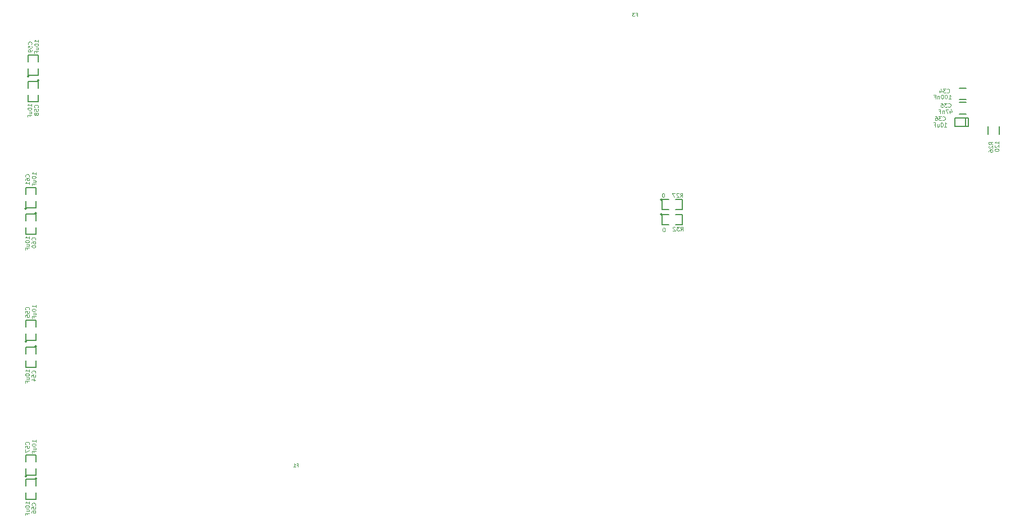
<source format=gbo>
G04 #@! TF.FileFunction,Legend,Bot*
%FSLAX46Y46*%
G04 Gerber Fmt 4.6, Leading zero omitted, Abs format (unit mm)*
G04 Created by KiCad (PCBNEW 4.0.4+e1-6308~48~ubuntu15.10.1-stable) date Wed Aug 23 09:17:44 2017*
%MOMM*%
%LPD*%
G01*
G04 APERTURE LIST*
%ADD10C,0.150000*%
%ADD11C,0.127000*%
%ADD12C,0.100000*%
G04 APERTURE END LIST*
D10*
D11*
X167648000Y-85716600D02*
G75*
G03X167648000Y-85716600I-127000J0D01*
G01*
X168664000Y-85716600D02*
X167648000Y-85716600D01*
X167648000Y-85716600D02*
X167648000Y-87240600D01*
X167648000Y-87240600D02*
X168664000Y-87240600D01*
X169680000Y-87240600D02*
X170696000Y-87240600D01*
X170696000Y-87240600D02*
X170696000Y-85716600D01*
X170696000Y-85716600D02*
X169680000Y-85716600D01*
X167648000Y-83481400D02*
G75*
G03X167648000Y-83481400I-127000J0D01*
G01*
X168664000Y-83481400D02*
X167648000Y-83481400D01*
X167648000Y-83481400D02*
X167648000Y-85005400D01*
X167648000Y-85005400D02*
X168664000Y-85005400D01*
X169680000Y-85005400D02*
X170696000Y-85005400D01*
X170696000Y-85005400D02*
X170696000Y-83481400D01*
X170696000Y-83481400D02*
X169680000Y-83481400D01*
X71882000Y-84861400D02*
G75*
G03X71882000Y-84861400I-127000J0D01*
G01*
X71755000Y-83718400D02*
X71755000Y-84734400D01*
X71755000Y-84734400D02*
X73279000Y-84734400D01*
X73279000Y-84734400D02*
X73279000Y-83718400D01*
X73279000Y-82702400D02*
X73279000Y-81686400D01*
X73279000Y-81686400D02*
X71755000Y-81686400D01*
X71755000Y-81686400D02*
X71755000Y-82702400D01*
X73406000Y-85521800D02*
G75*
G03X73406000Y-85521800I-127000J0D01*
G01*
X73279000Y-86664800D02*
X73279000Y-85648800D01*
X73279000Y-85648800D02*
X71755000Y-85648800D01*
X71755000Y-85648800D02*
X71755000Y-86664800D01*
X71755000Y-87680800D02*
X71755000Y-88696800D01*
X71755000Y-88696800D02*
X73279000Y-88696800D01*
X73279000Y-88696800D02*
X73279000Y-87680800D01*
X72263000Y-64897000D02*
G75*
G03X72263000Y-64897000I-127000J0D01*
G01*
X72136000Y-63754000D02*
X72136000Y-64770000D01*
X72136000Y-64770000D02*
X73660000Y-64770000D01*
X73660000Y-64770000D02*
X73660000Y-63754000D01*
X73660000Y-62738000D02*
X73660000Y-61722000D01*
X73660000Y-61722000D02*
X72136000Y-61722000D01*
X72136000Y-61722000D02*
X72136000Y-62738000D01*
X73787000Y-65532000D02*
G75*
G03X73787000Y-65532000I-127000J0D01*
G01*
X73660000Y-66675000D02*
X73660000Y-65659000D01*
X73660000Y-65659000D02*
X72136000Y-65659000D01*
X72136000Y-65659000D02*
X72136000Y-66675000D01*
X72136000Y-67691000D02*
X72136000Y-68707000D01*
X72136000Y-68707000D02*
X73660000Y-68707000D01*
X73660000Y-68707000D02*
X73660000Y-67691000D01*
X71882000Y-125196600D02*
G75*
G03X71882000Y-125196600I-127000J0D01*
G01*
X71755000Y-124053600D02*
X71755000Y-125069600D01*
X71755000Y-125069600D02*
X73279000Y-125069600D01*
X73279000Y-125069600D02*
X73279000Y-124053600D01*
X73279000Y-123037600D02*
X73279000Y-122021600D01*
X73279000Y-122021600D02*
X71755000Y-122021600D01*
X71755000Y-122021600D02*
X71755000Y-123037600D01*
X73406000Y-125526800D02*
G75*
G03X73406000Y-125526800I-127000J0D01*
G01*
X73279000Y-126669800D02*
X73279000Y-125653800D01*
X73279000Y-125653800D02*
X71755000Y-125653800D01*
X71755000Y-125653800D02*
X71755000Y-126669800D01*
X71755000Y-127685800D02*
X71755000Y-128701800D01*
X71755000Y-128701800D02*
X73279000Y-128701800D01*
X73279000Y-128701800D02*
X73279000Y-127685800D01*
X71882000Y-104876600D02*
G75*
G03X71882000Y-104876600I-127000J0D01*
G01*
X71755000Y-103733600D02*
X71755000Y-104749600D01*
X71755000Y-104749600D02*
X73279000Y-104749600D01*
X73279000Y-104749600D02*
X73279000Y-103733600D01*
X73279000Y-102717600D02*
X73279000Y-101701600D01*
X73279000Y-101701600D02*
X71755000Y-101701600D01*
X71755000Y-101701600D02*
X71755000Y-102717600D01*
X73406000Y-105613200D02*
G75*
G03X73406000Y-105613200I-127000J0D01*
G01*
X73279000Y-106756200D02*
X73279000Y-105740200D01*
X73279000Y-105740200D02*
X71755000Y-105740200D01*
X71755000Y-105740200D02*
X71755000Y-106756200D01*
X71755000Y-107772200D02*
X71755000Y-108788200D01*
X71755000Y-108788200D02*
X73279000Y-108788200D01*
X73279000Y-108788200D02*
X73279000Y-107772200D01*
D10*
X213450000Y-68400000D02*
X212450000Y-68400000D01*
X212450000Y-66700000D02*
X213450000Y-66700000D01*
X213450000Y-70550000D02*
X212450000Y-70550000D01*
X212450000Y-68850000D02*
X213450000Y-68850000D01*
X213385000Y-72435000D02*
X213385000Y-71165000D01*
X211734000Y-72435000D02*
X211734000Y-71165000D01*
X211734000Y-71165000D02*
X213766000Y-71165000D01*
X213766000Y-71165000D02*
X213766000Y-72435000D01*
X213766000Y-72435000D02*
X211734000Y-72435000D01*
X216701400Y-72450400D02*
X216701400Y-73650400D01*
X218451400Y-73650400D02*
X218451400Y-72450400D01*
D12*
X170413315Y-88180829D02*
X170613315Y-87895114D01*
X170756172Y-88180829D02*
X170756172Y-87580829D01*
X170527600Y-87580829D01*
X170470458Y-87609400D01*
X170441886Y-87637971D01*
X170413315Y-87695114D01*
X170413315Y-87780829D01*
X170441886Y-87837971D01*
X170470458Y-87866543D01*
X170527600Y-87895114D01*
X170756172Y-87895114D01*
X170213315Y-87580829D02*
X169841886Y-87580829D01*
X170041886Y-87809400D01*
X169956172Y-87809400D01*
X169899029Y-87837971D01*
X169870458Y-87866543D01*
X169841886Y-87923686D01*
X169841886Y-88066543D01*
X169870458Y-88123686D01*
X169899029Y-88152257D01*
X169956172Y-88180829D01*
X170127600Y-88180829D01*
X170184743Y-88152257D01*
X170213315Y-88123686D01*
X169613314Y-87637971D02*
X169584743Y-87609400D01*
X169527600Y-87580829D01*
X169384743Y-87580829D01*
X169327600Y-87609400D01*
X169299029Y-87637971D01*
X169270457Y-87695114D01*
X169270457Y-87752257D01*
X169299029Y-87837971D01*
X169641886Y-88180829D01*
X169270457Y-88180829D01*
X167922571Y-87707829D02*
X167865428Y-87707829D01*
X167808285Y-87736400D01*
X167779714Y-87764971D01*
X167751143Y-87822114D01*
X167722571Y-87936400D01*
X167722571Y-88079257D01*
X167751143Y-88193543D01*
X167779714Y-88250686D01*
X167808285Y-88279257D01*
X167865428Y-88307829D01*
X167922571Y-88307829D01*
X167979714Y-88279257D01*
X168008285Y-88250686D01*
X168036857Y-88193543D01*
X168065428Y-88079257D01*
X168065428Y-87936400D01*
X168036857Y-87822114D01*
X168008285Y-87764971D01*
X167979714Y-87736400D01*
X167922571Y-87707829D01*
X170362515Y-83100829D02*
X170562515Y-82815114D01*
X170705372Y-83100829D02*
X170705372Y-82500829D01*
X170476800Y-82500829D01*
X170419658Y-82529400D01*
X170391086Y-82557971D01*
X170362515Y-82615114D01*
X170362515Y-82700829D01*
X170391086Y-82757971D01*
X170419658Y-82786543D01*
X170476800Y-82815114D01*
X170705372Y-82815114D01*
X170133943Y-82557971D02*
X170105372Y-82529400D01*
X170048229Y-82500829D01*
X169905372Y-82500829D01*
X169848229Y-82529400D01*
X169819658Y-82557971D01*
X169791086Y-82615114D01*
X169791086Y-82672257D01*
X169819658Y-82757971D01*
X170162515Y-83100829D01*
X169791086Y-83100829D01*
X169591086Y-82500829D02*
X169191086Y-82500829D01*
X169448229Y-83100829D01*
X167846371Y-82526229D02*
X167789228Y-82526229D01*
X167732085Y-82554800D01*
X167703514Y-82583371D01*
X167674943Y-82640514D01*
X167646371Y-82754800D01*
X167646371Y-82897657D01*
X167674943Y-83011943D01*
X167703514Y-83069086D01*
X167732085Y-83097657D01*
X167789228Y-83126229D01*
X167846371Y-83126229D01*
X167903514Y-83097657D01*
X167932085Y-83069086D01*
X167960657Y-83011943D01*
X167989228Y-82897657D01*
X167989228Y-82754800D01*
X167960657Y-82640514D01*
X167932085Y-82583371D01*
X167903514Y-82554800D01*
X167846371Y-82526229D01*
X72253766Y-80040845D02*
X72282337Y-80012274D01*
X72310909Y-79926560D01*
X72310909Y-79869417D01*
X72282337Y-79783702D01*
X72225194Y-79726560D01*
X72168051Y-79697988D01*
X72053766Y-79669417D01*
X71968051Y-79669417D01*
X71853766Y-79697988D01*
X71796623Y-79726560D01*
X71739480Y-79783702D01*
X71710909Y-79869417D01*
X71710909Y-79926560D01*
X71739480Y-80012274D01*
X71768051Y-80040845D01*
X71710909Y-80555131D02*
X71710909Y-80440845D01*
X71739480Y-80383702D01*
X71768051Y-80355131D01*
X71853766Y-80297988D01*
X71968051Y-80269417D01*
X72196623Y-80269417D01*
X72253766Y-80297988D01*
X72282337Y-80326560D01*
X72310909Y-80383702D01*
X72310909Y-80497988D01*
X72282337Y-80555131D01*
X72253766Y-80583702D01*
X72196623Y-80612274D01*
X72053766Y-80612274D01*
X71996623Y-80583702D01*
X71968051Y-80555131D01*
X71939480Y-80497988D01*
X71939480Y-80383702D01*
X71968051Y-80326560D01*
X71996623Y-80297988D01*
X72053766Y-80269417D01*
X72310909Y-81183703D02*
X72310909Y-80840846D01*
X72310909Y-81012274D02*
X71710909Y-81012274D01*
X71796623Y-80955131D01*
X71853766Y-80897989D01*
X71882337Y-80840846D01*
X73287469Y-79717063D02*
X73287469Y-79374206D01*
X73287469Y-79545634D02*
X72687469Y-79545634D01*
X72773183Y-79488491D01*
X72830326Y-79431349D01*
X72858897Y-79374206D01*
X72687469Y-80088492D02*
X72687469Y-80145635D01*
X72716040Y-80202778D01*
X72744611Y-80231349D01*
X72801754Y-80259920D01*
X72916040Y-80288492D01*
X73058897Y-80288492D01*
X73173183Y-80259920D01*
X73230326Y-80231349D01*
X73258897Y-80202778D01*
X73287469Y-80145635D01*
X73287469Y-80088492D01*
X73258897Y-80031349D01*
X73230326Y-80002778D01*
X73173183Y-79974206D01*
X73058897Y-79945635D01*
X72916040Y-79945635D01*
X72801754Y-79974206D01*
X72744611Y-80002778D01*
X72716040Y-80031349D01*
X72687469Y-80088492D01*
X72887469Y-80802778D02*
X73287469Y-80802778D01*
X72887469Y-80545635D02*
X73201754Y-80545635D01*
X73258897Y-80574207D01*
X73287469Y-80631349D01*
X73287469Y-80717064D01*
X73258897Y-80774207D01*
X73230326Y-80802778D01*
X72973183Y-81288492D02*
X72973183Y-81088492D01*
X73287469Y-81088492D02*
X72687469Y-81088492D01*
X72687469Y-81374206D01*
X73208806Y-89570925D02*
X73237377Y-89542354D01*
X73265949Y-89456640D01*
X73265949Y-89399497D01*
X73237377Y-89313782D01*
X73180234Y-89256640D01*
X73123091Y-89228068D01*
X73008806Y-89199497D01*
X72923091Y-89199497D01*
X72808806Y-89228068D01*
X72751663Y-89256640D01*
X72694520Y-89313782D01*
X72665949Y-89399497D01*
X72665949Y-89456640D01*
X72694520Y-89542354D01*
X72723091Y-89570925D01*
X72665949Y-90085211D02*
X72665949Y-89970925D01*
X72694520Y-89913782D01*
X72723091Y-89885211D01*
X72808806Y-89828068D01*
X72923091Y-89799497D01*
X73151663Y-89799497D01*
X73208806Y-89828068D01*
X73237377Y-89856640D01*
X73265949Y-89913782D01*
X73265949Y-90028068D01*
X73237377Y-90085211D01*
X73208806Y-90113782D01*
X73151663Y-90142354D01*
X73008806Y-90142354D01*
X72951663Y-90113782D01*
X72923091Y-90085211D01*
X72894520Y-90028068D01*
X72894520Y-89913782D01*
X72923091Y-89856640D01*
X72951663Y-89828068D01*
X73008806Y-89799497D01*
X72665949Y-90513783D02*
X72665949Y-90570926D01*
X72694520Y-90628069D01*
X72723091Y-90656640D01*
X72780234Y-90685211D01*
X72894520Y-90713783D01*
X73037377Y-90713783D01*
X73151663Y-90685211D01*
X73208806Y-90656640D01*
X73237377Y-90628069D01*
X73265949Y-90570926D01*
X73265949Y-90513783D01*
X73237377Y-90456640D01*
X73208806Y-90428069D01*
X73151663Y-90399497D01*
X73037377Y-90370926D01*
X72894520Y-90370926D01*
X72780234Y-90399497D01*
X72723091Y-90428069D01*
X72694520Y-90456640D01*
X72665949Y-90513783D01*
X72289389Y-89380423D02*
X72289389Y-89037566D01*
X72289389Y-89208994D02*
X71689389Y-89208994D01*
X71775103Y-89151851D01*
X71832246Y-89094709D01*
X71860817Y-89037566D01*
X71689389Y-89751852D02*
X71689389Y-89808995D01*
X71717960Y-89866138D01*
X71746531Y-89894709D01*
X71803674Y-89923280D01*
X71917960Y-89951852D01*
X72060817Y-89951852D01*
X72175103Y-89923280D01*
X72232246Y-89894709D01*
X72260817Y-89866138D01*
X72289389Y-89808995D01*
X72289389Y-89751852D01*
X72260817Y-89694709D01*
X72232246Y-89666138D01*
X72175103Y-89637566D01*
X72060817Y-89608995D01*
X71917960Y-89608995D01*
X71803674Y-89637566D01*
X71746531Y-89666138D01*
X71717960Y-89694709D01*
X71689389Y-89751852D01*
X71889389Y-90466138D02*
X72289389Y-90466138D01*
X71889389Y-90208995D02*
X72203674Y-90208995D01*
X72260817Y-90237567D01*
X72289389Y-90294709D01*
X72289389Y-90380424D01*
X72260817Y-90437567D01*
X72232246Y-90466138D01*
X71975103Y-90951852D02*
X71975103Y-90751852D01*
X72289389Y-90751852D02*
X71689389Y-90751852D01*
X71689389Y-91037566D01*
X72634766Y-60076445D02*
X72663337Y-60047874D01*
X72691909Y-59962160D01*
X72691909Y-59905017D01*
X72663337Y-59819302D01*
X72606194Y-59762160D01*
X72549051Y-59733588D01*
X72434766Y-59705017D01*
X72349051Y-59705017D01*
X72234766Y-59733588D01*
X72177623Y-59762160D01*
X72120480Y-59819302D01*
X72091909Y-59905017D01*
X72091909Y-59962160D01*
X72120480Y-60047874D01*
X72149051Y-60076445D01*
X72091909Y-60619302D02*
X72091909Y-60333588D01*
X72377623Y-60305017D01*
X72349051Y-60333588D01*
X72320480Y-60390731D01*
X72320480Y-60533588D01*
X72349051Y-60590731D01*
X72377623Y-60619302D01*
X72434766Y-60647874D01*
X72577623Y-60647874D01*
X72634766Y-60619302D01*
X72663337Y-60590731D01*
X72691909Y-60533588D01*
X72691909Y-60390731D01*
X72663337Y-60333588D01*
X72634766Y-60305017D01*
X72691909Y-60933589D02*
X72691909Y-61047874D01*
X72663337Y-61105017D01*
X72634766Y-61133589D01*
X72549051Y-61190731D01*
X72434766Y-61219303D01*
X72206194Y-61219303D01*
X72149051Y-61190731D01*
X72120480Y-61162160D01*
X72091909Y-61105017D01*
X72091909Y-60990731D01*
X72120480Y-60933589D01*
X72149051Y-60905017D01*
X72206194Y-60876446D01*
X72349051Y-60876446D01*
X72406194Y-60905017D01*
X72434766Y-60933589D01*
X72463337Y-60990731D01*
X72463337Y-61105017D01*
X72434766Y-61162160D01*
X72406194Y-61190731D01*
X72349051Y-61219303D01*
X73668469Y-59752663D02*
X73668469Y-59409806D01*
X73668469Y-59581234D02*
X73068469Y-59581234D01*
X73154183Y-59524091D01*
X73211326Y-59466949D01*
X73239897Y-59409806D01*
X73068469Y-60124092D02*
X73068469Y-60181235D01*
X73097040Y-60238378D01*
X73125611Y-60266949D01*
X73182754Y-60295520D01*
X73297040Y-60324092D01*
X73439897Y-60324092D01*
X73554183Y-60295520D01*
X73611326Y-60266949D01*
X73639897Y-60238378D01*
X73668469Y-60181235D01*
X73668469Y-60124092D01*
X73639897Y-60066949D01*
X73611326Y-60038378D01*
X73554183Y-60009806D01*
X73439897Y-59981235D01*
X73297040Y-59981235D01*
X73182754Y-60009806D01*
X73125611Y-60038378D01*
X73097040Y-60066949D01*
X73068469Y-60124092D01*
X73268469Y-60838378D02*
X73668469Y-60838378D01*
X73268469Y-60581235D02*
X73582754Y-60581235D01*
X73639897Y-60609807D01*
X73668469Y-60666949D01*
X73668469Y-60752664D01*
X73639897Y-60809807D01*
X73611326Y-60838378D01*
X73354183Y-61324092D02*
X73354183Y-61124092D01*
X73668469Y-61124092D02*
X73068469Y-61124092D01*
X73068469Y-61409806D01*
X73589806Y-69581125D02*
X73618377Y-69552554D01*
X73646949Y-69466840D01*
X73646949Y-69409697D01*
X73618377Y-69323982D01*
X73561234Y-69266840D01*
X73504091Y-69238268D01*
X73389806Y-69209697D01*
X73304091Y-69209697D01*
X73189806Y-69238268D01*
X73132663Y-69266840D01*
X73075520Y-69323982D01*
X73046949Y-69409697D01*
X73046949Y-69466840D01*
X73075520Y-69552554D01*
X73104091Y-69581125D01*
X73046949Y-70123982D02*
X73046949Y-69838268D01*
X73332663Y-69809697D01*
X73304091Y-69838268D01*
X73275520Y-69895411D01*
X73275520Y-70038268D01*
X73304091Y-70095411D01*
X73332663Y-70123982D01*
X73389806Y-70152554D01*
X73532663Y-70152554D01*
X73589806Y-70123982D01*
X73618377Y-70095411D01*
X73646949Y-70038268D01*
X73646949Y-69895411D01*
X73618377Y-69838268D01*
X73589806Y-69809697D01*
X73304091Y-70495411D02*
X73275520Y-70438269D01*
X73246949Y-70409697D01*
X73189806Y-70381126D01*
X73161234Y-70381126D01*
X73104091Y-70409697D01*
X73075520Y-70438269D01*
X73046949Y-70495411D01*
X73046949Y-70609697D01*
X73075520Y-70666840D01*
X73104091Y-70695411D01*
X73161234Y-70723983D01*
X73189806Y-70723983D01*
X73246949Y-70695411D01*
X73275520Y-70666840D01*
X73304091Y-70609697D01*
X73304091Y-70495411D01*
X73332663Y-70438269D01*
X73361234Y-70409697D01*
X73418377Y-70381126D01*
X73532663Y-70381126D01*
X73589806Y-70409697D01*
X73618377Y-70438269D01*
X73646949Y-70495411D01*
X73646949Y-70609697D01*
X73618377Y-70666840D01*
X73589806Y-70695411D01*
X73532663Y-70723983D01*
X73418377Y-70723983D01*
X73361234Y-70695411D01*
X73332663Y-70666840D01*
X73304091Y-70609697D01*
X72670389Y-69390623D02*
X72670389Y-69047766D01*
X72670389Y-69219194D02*
X72070389Y-69219194D01*
X72156103Y-69162051D01*
X72213246Y-69104909D01*
X72241817Y-69047766D01*
X72070389Y-69762052D02*
X72070389Y-69819195D01*
X72098960Y-69876338D01*
X72127531Y-69904909D01*
X72184674Y-69933480D01*
X72298960Y-69962052D01*
X72441817Y-69962052D01*
X72556103Y-69933480D01*
X72613246Y-69904909D01*
X72641817Y-69876338D01*
X72670389Y-69819195D01*
X72670389Y-69762052D01*
X72641817Y-69704909D01*
X72613246Y-69676338D01*
X72556103Y-69647766D01*
X72441817Y-69619195D01*
X72298960Y-69619195D01*
X72184674Y-69647766D01*
X72127531Y-69676338D01*
X72098960Y-69704909D01*
X72070389Y-69762052D01*
X72270389Y-70476338D02*
X72670389Y-70476338D01*
X72270389Y-70219195D02*
X72584674Y-70219195D01*
X72641817Y-70247767D01*
X72670389Y-70304909D01*
X72670389Y-70390624D01*
X72641817Y-70447767D01*
X72613246Y-70476338D01*
X72356103Y-70962052D02*
X72356103Y-70762052D01*
X72670389Y-70762052D02*
X72070389Y-70762052D01*
X72070389Y-71047766D01*
X72253766Y-120376045D02*
X72282337Y-120347474D01*
X72310909Y-120261760D01*
X72310909Y-120204617D01*
X72282337Y-120118902D01*
X72225194Y-120061760D01*
X72168051Y-120033188D01*
X72053766Y-120004617D01*
X71968051Y-120004617D01*
X71853766Y-120033188D01*
X71796623Y-120061760D01*
X71739480Y-120118902D01*
X71710909Y-120204617D01*
X71710909Y-120261760D01*
X71739480Y-120347474D01*
X71768051Y-120376045D01*
X71710909Y-120918902D02*
X71710909Y-120633188D01*
X71996623Y-120604617D01*
X71968051Y-120633188D01*
X71939480Y-120690331D01*
X71939480Y-120833188D01*
X71968051Y-120890331D01*
X71996623Y-120918902D01*
X72053766Y-120947474D01*
X72196623Y-120947474D01*
X72253766Y-120918902D01*
X72282337Y-120890331D01*
X72310909Y-120833188D01*
X72310909Y-120690331D01*
X72282337Y-120633188D01*
X72253766Y-120604617D01*
X71710909Y-121147474D02*
X71710909Y-121547474D01*
X72310909Y-121290331D01*
X73287469Y-120052263D02*
X73287469Y-119709406D01*
X73287469Y-119880834D02*
X72687469Y-119880834D01*
X72773183Y-119823691D01*
X72830326Y-119766549D01*
X72858897Y-119709406D01*
X72687469Y-120423692D02*
X72687469Y-120480835D01*
X72716040Y-120537978D01*
X72744611Y-120566549D01*
X72801754Y-120595120D01*
X72916040Y-120623692D01*
X73058897Y-120623692D01*
X73173183Y-120595120D01*
X73230326Y-120566549D01*
X73258897Y-120537978D01*
X73287469Y-120480835D01*
X73287469Y-120423692D01*
X73258897Y-120366549D01*
X73230326Y-120337978D01*
X73173183Y-120309406D01*
X73058897Y-120280835D01*
X72916040Y-120280835D01*
X72801754Y-120309406D01*
X72744611Y-120337978D01*
X72716040Y-120366549D01*
X72687469Y-120423692D01*
X72887469Y-121137978D02*
X73287469Y-121137978D01*
X72887469Y-120880835D02*
X73201754Y-120880835D01*
X73258897Y-120909407D01*
X73287469Y-120966549D01*
X73287469Y-121052264D01*
X73258897Y-121109407D01*
X73230326Y-121137978D01*
X72973183Y-121623692D02*
X72973183Y-121423692D01*
X73287469Y-121423692D02*
X72687469Y-121423692D01*
X72687469Y-121709406D01*
X73208806Y-129575925D02*
X73237377Y-129547354D01*
X73265949Y-129461640D01*
X73265949Y-129404497D01*
X73237377Y-129318782D01*
X73180234Y-129261640D01*
X73123091Y-129233068D01*
X73008806Y-129204497D01*
X72923091Y-129204497D01*
X72808806Y-129233068D01*
X72751663Y-129261640D01*
X72694520Y-129318782D01*
X72665949Y-129404497D01*
X72665949Y-129461640D01*
X72694520Y-129547354D01*
X72723091Y-129575925D01*
X72665949Y-130118782D02*
X72665949Y-129833068D01*
X72951663Y-129804497D01*
X72923091Y-129833068D01*
X72894520Y-129890211D01*
X72894520Y-130033068D01*
X72923091Y-130090211D01*
X72951663Y-130118782D01*
X73008806Y-130147354D01*
X73151663Y-130147354D01*
X73208806Y-130118782D01*
X73237377Y-130090211D01*
X73265949Y-130033068D01*
X73265949Y-129890211D01*
X73237377Y-129833068D01*
X73208806Y-129804497D01*
X72665949Y-130661640D02*
X72665949Y-130547354D01*
X72694520Y-130490211D01*
X72723091Y-130461640D01*
X72808806Y-130404497D01*
X72923091Y-130375926D01*
X73151663Y-130375926D01*
X73208806Y-130404497D01*
X73237377Y-130433069D01*
X73265949Y-130490211D01*
X73265949Y-130604497D01*
X73237377Y-130661640D01*
X73208806Y-130690211D01*
X73151663Y-130718783D01*
X73008806Y-130718783D01*
X72951663Y-130690211D01*
X72923091Y-130661640D01*
X72894520Y-130604497D01*
X72894520Y-130490211D01*
X72923091Y-130433069D01*
X72951663Y-130404497D01*
X73008806Y-130375926D01*
X72289389Y-129385423D02*
X72289389Y-129042566D01*
X72289389Y-129213994D02*
X71689389Y-129213994D01*
X71775103Y-129156851D01*
X71832246Y-129099709D01*
X71860817Y-129042566D01*
X71689389Y-129756852D02*
X71689389Y-129813995D01*
X71717960Y-129871138D01*
X71746531Y-129899709D01*
X71803674Y-129928280D01*
X71917960Y-129956852D01*
X72060817Y-129956852D01*
X72175103Y-129928280D01*
X72232246Y-129899709D01*
X72260817Y-129871138D01*
X72289389Y-129813995D01*
X72289389Y-129756852D01*
X72260817Y-129699709D01*
X72232246Y-129671138D01*
X72175103Y-129642566D01*
X72060817Y-129613995D01*
X71917960Y-129613995D01*
X71803674Y-129642566D01*
X71746531Y-129671138D01*
X71717960Y-129699709D01*
X71689389Y-129756852D01*
X71889389Y-130471138D02*
X72289389Y-130471138D01*
X71889389Y-130213995D02*
X72203674Y-130213995D01*
X72260817Y-130242567D01*
X72289389Y-130299709D01*
X72289389Y-130385424D01*
X72260817Y-130442567D01*
X72232246Y-130471138D01*
X71975103Y-130956852D02*
X71975103Y-130756852D01*
X72289389Y-130756852D02*
X71689389Y-130756852D01*
X71689389Y-131042566D01*
X72253766Y-100056045D02*
X72282337Y-100027474D01*
X72310909Y-99941760D01*
X72310909Y-99884617D01*
X72282337Y-99798902D01*
X72225194Y-99741760D01*
X72168051Y-99713188D01*
X72053766Y-99684617D01*
X71968051Y-99684617D01*
X71853766Y-99713188D01*
X71796623Y-99741760D01*
X71739480Y-99798902D01*
X71710909Y-99884617D01*
X71710909Y-99941760D01*
X71739480Y-100027474D01*
X71768051Y-100056045D01*
X71710909Y-100598902D02*
X71710909Y-100313188D01*
X71996623Y-100284617D01*
X71968051Y-100313188D01*
X71939480Y-100370331D01*
X71939480Y-100513188D01*
X71968051Y-100570331D01*
X71996623Y-100598902D01*
X72053766Y-100627474D01*
X72196623Y-100627474D01*
X72253766Y-100598902D01*
X72282337Y-100570331D01*
X72310909Y-100513188D01*
X72310909Y-100370331D01*
X72282337Y-100313188D01*
X72253766Y-100284617D01*
X71710909Y-101170331D02*
X71710909Y-100884617D01*
X71996623Y-100856046D01*
X71968051Y-100884617D01*
X71939480Y-100941760D01*
X71939480Y-101084617D01*
X71968051Y-101141760D01*
X71996623Y-101170331D01*
X72053766Y-101198903D01*
X72196623Y-101198903D01*
X72253766Y-101170331D01*
X72282337Y-101141760D01*
X72310909Y-101084617D01*
X72310909Y-100941760D01*
X72282337Y-100884617D01*
X72253766Y-100856046D01*
X73287469Y-99732263D02*
X73287469Y-99389406D01*
X73287469Y-99560834D02*
X72687469Y-99560834D01*
X72773183Y-99503691D01*
X72830326Y-99446549D01*
X72858897Y-99389406D01*
X72687469Y-100103692D02*
X72687469Y-100160835D01*
X72716040Y-100217978D01*
X72744611Y-100246549D01*
X72801754Y-100275120D01*
X72916040Y-100303692D01*
X73058897Y-100303692D01*
X73173183Y-100275120D01*
X73230326Y-100246549D01*
X73258897Y-100217978D01*
X73287469Y-100160835D01*
X73287469Y-100103692D01*
X73258897Y-100046549D01*
X73230326Y-100017978D01*
X73173183Y-99989406D01*
X73058897Y-99960835D01*
X72916040Y-99960835D01*
X72801754Y-99989406D01*
X72744611Y-100017978D01*
X72716040Y-100046549D01*
X72687469Y-100103692D01*
X72887469Y-100817978D02*
X73287469Y-100817978D01*
X72887469Y-100560835D02*
X73201754Y-100560835D01*
X73258897Y-100589407D01*
X73287469Y-100646549D01*
X73287469Y-100732264D01*
X73258897Y-100789407D01*
X73230326Y-100817978D01*
X72973183Y-101303692D02*
X72973183Y-101103692D01*
X73287469Y-101103692D02*
X72687469Y-101103692D01*
X72687469Y-101389406D01*
X73208806Y-109662325D02*
X73237377Y-109633754D01*
X73265949Y-109548040D01*
X73265949Y-109490897D01*
X73237377Y-109405182D01*
X73180234Y-109348040D01*
X73123091Y-109319468D01*
X73008806Y-109290897D01*
X72923091Y-109290897D01*
X72808806Y-109319468D01*
X72751663Y-109348040D01*
X72694520Y-109405182D01*
X72665949Y-109490897D01*
X72665949Y-109548040D01*
X72694520Y-109633754D01*
X72723091Y-109662325D01*
X72665949Y-110205182D02*
X72665949Y-109919468D01*
X72951663Y-109890897D01*
X72923091Y-109919468D01*
X72894520Y-109976611D01*
X72894520Y-110119468D01*
X72923091Y-110176611D01*
X72951663Y-110205182D01*
X73008806Y-110233754D01*
X73151663Y-110233754D01*
X73208806Y-110205182D01*
X73237377Y-110176611D01*
X73265949Y-110119468D01*
X73265949Y-109976611D01*
X73237377Y-109919468D01*
X73208806Y-109890897D01*
X72865949Y-110748040D02*
X73265949Y-110748040D01*
X72637377Y-110605183D02*
X73065949Y-110462326D01*
X73065949Y-110833754D01*
X72289389Y-109471823D02*
X72289389Y-109128966D01*
X72289389Y-109300394D02*
X71689389Y-109300394D01*
X71775103Y-109243251D01*
X71832246Y-109186109D01*
X71860817Y-109128966D01*
X71689389Y-109843252D02*
X71689389Y-109900395D01*
X71717960Y-109957538D01*
X71746531Y-109986109D01*
X71803674Y-110014680D01*
X71917960Y-110043252D01*
X72060817Y-110043252D01*
X72175103Y-110014680D01*
X72232246Y-109986109D01*
X72260817Y-109957538D01*
X72289389Y-109900395D01*
X72289389Y-109843252D01*
X72260817Y-109786109D01*
X72232246Y-109757538D01*
X72175103Y-109728966D01*
X72060817Y-109700395D01*
X71917960Y-109700395D01*
X71803674Y-109728966D01*
X71746531Y-109757538D01*
X71717960Y-109786109D01*
X71689389Y-109843252D01*
X71889389Y-110557538D02*
X72289389Y-110557538D01*
X71889389Y-110300395D02*
X72203674Y-110300395D01*
X72260817Y-110328967D01*
X72289389Y-110386109D01*
X72289389Y-110471824D01*
X72260817Y-110528967D01*
X72232246Y-110557538D01*
X71975103Y-111043252D02*
X71975103Y-110843252D01*
X72289389Y-110843252D02*
X71689389Y-110843252D01*
X71689389Y-111128966D01*
X163696666Y-55564286D02*
X163863332Y-55564286D01*
X163863332Y-55826190D02*
X163863332Y-55326190D01*
X163625237Y-55326190D01*
X163482380Y-55326190D02*
X163172857Y-55326190D01*
X163339523Y-55516667D01*
X163268095Y-55516667D01*
X163220476Y-55540476D01*
X163196666Y-55564286D01*
X163172857Y-55611905D01*
X163172857Y-55730952D01*
X163196666Y-55778571D01*
X163220476Y-55802381D01*
X163268095Y-55826190D01*
X163410952Y-55826190D01*
X163458571Y-55802381D01*
X163482380Y-55778571D01*
X112626666Y-123504286D02*
X112793332Y-123504286D01*
X112793332Y-123766190D02*
X112793332Y-123266190D01*
X112555237Y-123266190D01*
X112102857Y-123766190D02*
X112388571Y-123766190D01*
X112245714Y-123766190D02*
X112245714Y-123266190D01*
X112293333Y-123337619D01*
X112340952Y-123385238D01*
X112388571Y-123409048D01*
X210560715Y-67339286D02*
X210589286Y-67367857D01*
X210675000Y-67396429D01*
X210732143Y-67396429D01*
X210817858Y-67367857D01*
X210875000Y-67310714D01*
X210903572Y-67253571D01*
X210932143Y-67139286D01*
X210932143Y-67053571D01*
X210903572Y-66939286D01*
X210875000Y-66882143D01*
X210817858Y-66825000D01*
X210732143Y-66796429D01*
X210675000Y-66796429D01*
X210589286Y-66825000D01*
X210560715Y-66853571D01*
X210360715Y-66796429D02*
X209989286Y-66796429D01*
X210189286Y-67025000D01*
X210103572Y-67025000D01*
X210046429Y-67053571D01*
X210017858Y-67082143D01*
X209989286Y-67139286D01*
X209989286Y-67282143D01*
X210017858Y-67339286D01*
X210046429Y-67367857D01*
X210103572Y-67396429D01*
X210275000Y-67396429D01*
X210332143Y-67367857D01*
X210360715Y-67339286D01*
X209475000Y-66996429D02*
X209475000Y-67396429D01*
X209617857Y-66767857D02*
X209760714Y-67196429D01*
X209389286Y-67196429D01*
X210778572Y-68271429D02*
X211121429Y-68271429D01*
X210950001Y-68271429D02*
X210950001Y-67671429D01*
X211007144Y-67757143D01*
X211064286Y-67814286D01*
X211121429Y-67842857D01*
X210407143Y-67671429D02*
X210350000Y-67671429D01*
X210292857Y-67700000D01*
X210264286Y-67728571D01*
X210235715Y-67785714D01*
X210207143Y-67900000D01*
X210207143Y-68042857D01*
X210235715Y-68157143D01*
X210264286Y-68214286D01*
X210292857Y-68242857D01*
X210350000Y-68271429D01*
X210407143Y-68271429D01*
X210464286Y-68242857D01*
X210492857Y-68214286D01*
X210521429Y-68157143D01*
X210550000Y-68042857D01*
X210550000Y-67900000D01*
X210521429Y-67785714D01*
X210492857Y-67728571D01*
X210464286Y-67700000D01*
X210407143Y-67671429D01*
X209835714Y-67671429D02*
X209778571Y-67671429D01*
X209721428Y-67700000D01*
X209692857Y-67728571D01*
X209664286Y-67785714D01*
X209635714Y-67900000D01*
X209635714Y-68042857D01*
X209664286Y-68157143D01*
X209692857Y-68214286D01*
X209721428Y-68242857D01*
X209778571Y-68271429D01*
X209835714Y-68271429D01*
X209892857Y-68242857D01*
X209921428Y-68214286D01*
X209950000Y-68157143D01*
X209978571Y-68042857D01*
X209978571Y-67900000D01*
X209950000Y-67785714D01*
X209921428Y-67728571D01*
X209892857Y-67700000D01*
X209835714Y-67671429D01*
X209378571Y-67871429D02*
X209378571Y-68271429D01*
X209378571Y-67928571D02*
X209349999Y-67900000D01*
X209292857Y-67871429D01*
X209207142Y-67871429D01*
X209149999Y-67900000D01*
X209121428Y-67957143D01*
X209121428Y-68271429D01*
X208635714Y-67957143D02*
X208835714Y-67957143D01*
X208835714Y-68271429D02*
X208835714Y-67671429D01*
X208550000Y-67671429D01*
X210735715Y-69489286D02*
X210764286Y-69517857D01*
X210850000Y-69546429D01*
X210907143Y-69546429D01*
X210992858Y-69517857D01*
X211050000Y-69460714D01*
X211078572Y-69403571D01*
X211107143Y-69289286D01*
X211107143Y-69203571D01*
X211078572Y-69089286D01*
X211050000Y-69032143D01*
X210992858Y-68975000D01*
X210907143Y-68946429D01*
X210850000Y-68946429D01*
X210764286Y-68975000D01*
X210735715Y-69003571D01*
X210535715Y-68946429D02*
X210164286Y-68946429D01*
X210364286Y-69175000D01*
X210278572Y-69175000D01*
X210221429Y-69203571D01*
X210192858Y-69232143D01*
X210164286Y-69289286D01*
X210164286Y-69432143D01*
X210192858Y-69489286D01*
X210221429Y-69517857D01*
X210278572Y-69546429D01*
X210450000Y-69546429D01*
X210507143Y-69517857D01*
X210535715Y-69489286D01*
X209621429Y-68946429D02*
X209907143Y-68946429D01*
X209935714Y-69232143D01*
X209907143Y-69203571D01*
X209850000Y-69175000D01*
X209707143Y-69175000D01*
X209650000Y-69203571D01*
X209621429Y-69232143D01*
X209592857Y-69289286D01*
X209592857Y-69432143D01*
X209621429Y-69489286D01*
X209650000Y-69517857D01*
X209707143Y-69546429D01*
X209850000Y-69546429D01*
X209907143Y-69517857D01*
X209935714Y-69489286D01*
X211000000Y-70071429D02*
X211000000Y-70471429D01*
X211142857Y-69842857D02*
X211285714Y-70271429D01*
X210914286Y-70271429D01*
X210742857Y-69871429D02*
X210342857Y-69871429D01*
X210600000Y-70471429D01*
X210114285Y-70071429D02*
X210114285Y-70471429D01*
X210114285Y-70128571D02*
X210085713Y-70100000D01*
X210028571Y-70071429D01*
X209942856Y-70071429D01*
X209885713Y-70100000D01*
X209857142Y-70157143D01*
X209857142Y-70471429D01*
X209371428Y-70157143D02*
X209571428Y-70157143D01*
X209571428Y-70471429D02*
X209571428Y-69871429D01*
X209285714Y-69871429D01*
X209885715Y-71489286D02*
X209914286Y-71517857D01*
X210000000Y-71546429D01*
X210057143Y-71546429D01*
X210142858Y-71517857D01*
X210200000Y-71460714D01*
X210228572Y-71403571D01*
X210257143Y-71289286D01*
X210257143Y-71203571D01*
X210228572Y-71089286D01*
X210200000Y-71032143D01*
X210142858Y-70975000D01*
X210057143Y-70946429D01*
X210000000Y-70946429D01*
X209914286Y-70975000D01*
X209885715Y-71003571D01*
X209685715Y-70946429D02*
X209314286Y-70946429D01*
X209514286Y-71175000D01*
X209428572Y-71175000D01*
X209371429Y-71203571D01*
X209342858Y-71232143D01*
X209314286Y-71289286D01*
X209314286Y-71432143D01*
X209342858Y-71489286D01*
X209371429Y-71517857D01*
X209428572Y-71546429D01*
X209600000Y-71546429D01*
X209657143Y-71517857D01*
X209685715Y-71489286D01*
X208800000Y-70946429D02*
X208914286Y-70946429D01*
X208971429Y-70975000D01*
X209000000Y-71003571D01*
X209057143Y-71089286D01*
X209085714Y-71203571D01*
X209085714Y-71432143D01*
X209057143Y-71489286D01*
X209028571Y-71517857D01*
X208971429Y-71546429D01*
X208857143Y-71546429D01*
X208800000Y-71517857D01*
X208771429Y-71489286D01*
X208742857Y-71432143D01*
X208742857Y-71289286D01*
X208771429Y-71232143D01*
X208800000Y-71203571D01*
X208857143Y-71175000D01*
X208971429Y-71175000D01*
X209028571Y-71203571D01*
X209057143Y-71232143D01*
X209085714Y-71289286D01*
X210167857Y-72496429D02*
X210510714Y-72496429D01*
X210339286Y-72496429D02*
X210339286Y-71896429D01*
X210396429Y-71982143D01*
X210453571Y-72039286D01*
X210510714Y-72067857D01*
X209796428Y-71896429D02*
X209739285Y-71896429D01*
X209682142Y-71925000D01*
X209653571Y-71953571D01*
X209625000Y-72010714D01*
X209596428Y-72125000D01*
X209596428Y-72267857D01*
X209625000Y-72382143D01*
X209653571Y-72439286D01*
X209682142Y-72467857D01*
X209739285Y-72496429D01*
X209796428Y-72496429D01*
X209853571Y-72467857D01*
X209882142Y-72439286D01*
X209910714Y-72382143D01*
X209939285Y-72267857D01*
X209939285Y-72125000D01*
X209910714Y-72010714D01*
X209882142Y-71953571D01*
X209853571Y-71925000D01*
X209796428Y-71896429D01*
X209082142Y-72096429D02*
X209082142Y-72496429D01*
X209339285Y-72096429D02*
X209339285Y-72410714D01*
X209310713Y-72467857D01*
X209253571Y-72496429D01*
X209167856Y-72496429D01*
X209110713Y-72467857D01*
X209082142Y-72439286D01*
X208596428Y-72182143D02*
X208796428Y-72182143D01*
X208796428Y-72496429D02*
X208796428Y-71896429D01*
X208510714Y-71896429D01*
X217447829Y-75164685D02*
X217162114Y-74964685D01*
X217447829Y-74821828D02*
X216847829Y-74821828D01*
X216847829Y-75050400D01*
X216876400Y-75107542D01*
X216904971Y-75136114D01*
X216962114Y-75164685D01*
X217047829Y-75164685D01*
X217104971Y-75136114D01*
X217133543Y-75107542D01*
X217162114Y-75050400D01*
X217162114Y-74821828D01*
X216904971Y-75393257D02*
X216876400Y-75421828D01*
X216847829Y-75478971D01*
X216847829Y-75621828D01*
X216876400Y-75678971D01*
X216904971Y-75707542D01*
X216962114Y-75736114D01*
X217019257Y-75736114D01*
X217104971Y-75707542D01*
X217447829Y-75364685D01*
X217447829Y-75736114D01*
X216847829Y-76250400D02*
X216847829Y-76136114D01*
X216876400Y-76078971D01*
X216904971Y-76050400D01*
X216990686Y-75993257D01*
X217104971Y-75964686D01*
X217333543Y-75964686D01*
X217390686Y-75993257D01*
X217419257Y-76021829D01*
X217447829Y-76078971D01*
X217447829Y-76193257D01*
X217419257Y-76250400D01*
X217390686Y-76278971D01*
X217333543Y-76307543D01*
X217190686Y-76307543D01*
X217133543Y-76278971D01*
X217104971Y-76250400D01*
X217076400Y-76193257D01*
X217076400Y-76078971D01*
X217104971Y-76021829D01*
X217133543Y-75993257D01*
X217190686Y-75964686D01*
X218347829Y-75050400D02*
X218347829Y-74707543D01*
X218347829Y-74878971D02*
X217747829Y-74878971D01*
X217833543Y-74821828D01*
X217890686Y-74764686D01*
X217919257Y-74707543D01*
X217804971Y-75278972D02*
X217776400Y-75307543D01*
X217747829Y-75364686D01*
X217747829Y-75507543D01*
X217776400Y-75564686D01*
X217804971Y-75593257D01*
X217862114Y-75621829D01*
X217919257Y-75621829D01*
X218004971Y-75593257D01*
X218347829Y-75250400D01*
X218347829Y-75621829D01*
X217747829Y-75993258D02*
X217747829Y-76050401D01*
X217776400Y-76107544D01*
X217804971Y-76136115D01*
X217862114Y-76164686D01*
X217976400Y-76193258D01*
X218119257Y-76193258D01*
X218233543Y-76164686D01*
X218290686Y-76136115D01*
X218319257Y-76107544D01*
X218347829Y-76050401D01*
X218347829Y-75993258D01*
X218319257Y-75936115D01*
X218290686Y-75907544D01*
X218233543Y-75878972D01*
X218119257Y-75850401D01*
X217976400Y-75850401D01*
X217862114Y-75878972D01*
X217804971Y-75907544D01*
X217776400Y-75936115D01*
X217747829Y-75993258D01*
M02*

</source>
